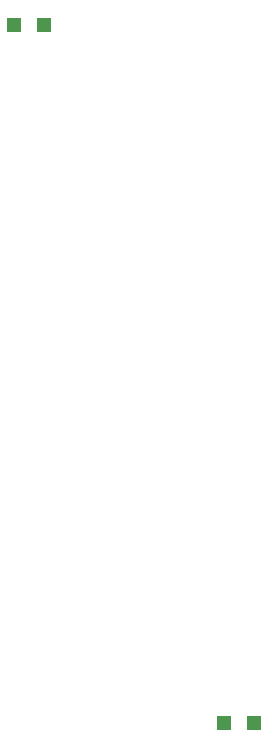
<source format=gbp>
G04*
G04 #@! TF.GenerationSoftware,Altium Limited,Altium Designer,23.9.2 (47)*
G04*
G04 Layer_Color=128*
%FSLAX24Y24*%
%MOIN*%
G70*
G04*
G04 #@! TF.SameCoordinates,AAFFF98D-1960-493D-9132-569EA71A65ED*
G04*
G04*
G04 #@! TF.FilePolarity,Positive*
G04*
G01*
G75*
%ADD65R,0.0492X0.0492*%
D65*
X18647Y6756D02*
D03*
X10647Y30016D02*
D03*
X17647Y6756D02*
D03*
X11647Y30016D02*
D03*
M02*

</source>
